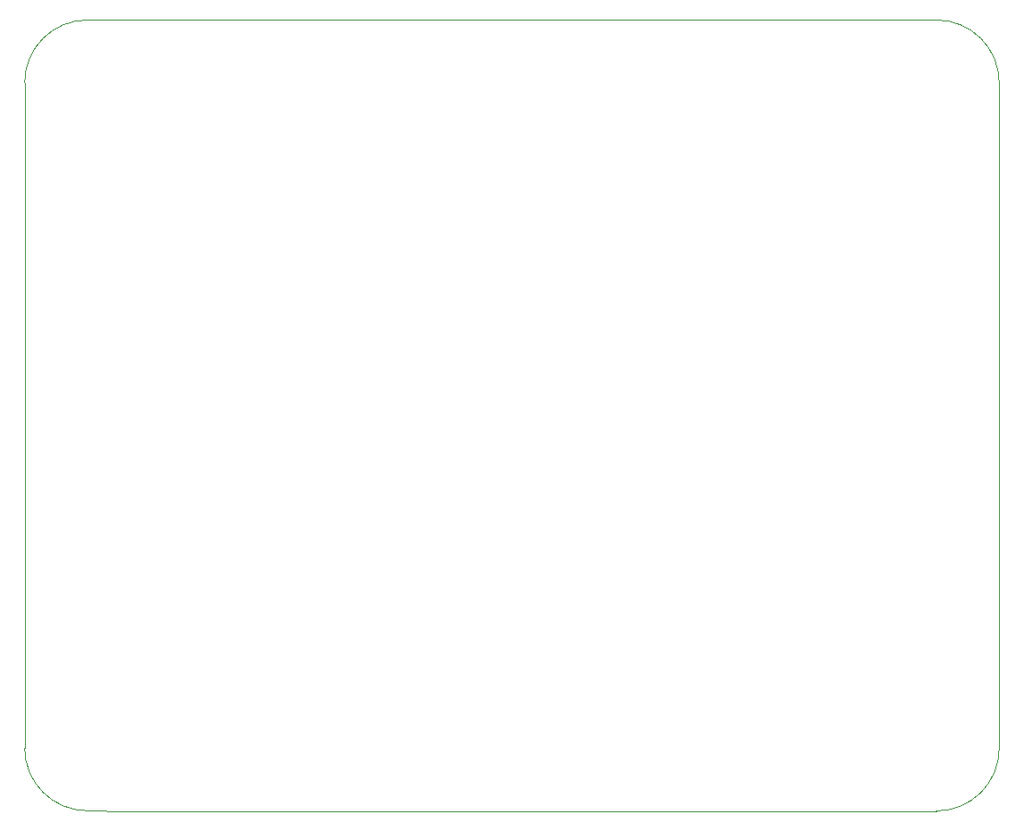
<source format=gm1>
%TF.GenerationSoftware,KiCad,Pcbnew,(5.1.9)-1*%
%TF.CreationDate,2021-02-07T17:12:48-05:00*%
%TF.ProjectId,MacroBoard,4d616372-6f42-46f6-9172-642e6b696361,rev?*%
%TF.SameCoordinates,Original*%
%TF.FileFunction,Profile,NP*%
%FSLAX46Y46*%
G04 Gerber Fmt 4.6, Leading zero omitted, Abs format (unit mm)*
G04 Created by KiCad (PCBNEW (5.1.9)-1) date 2021-02-07 17:12:48*
%MOMM*%
%LPD*%
G01*
G04 APERTURE LIST*
%TA.AperFunction,Profile*%
%ADD10C,0.050000*%
%TD*%
G04 APERTURE END LIST*
D10*
X115636204Y-107176308D02*
X113109470Y-107156340D01*
X198990000Y-101223178D02*
G75*
G02*
X193026894Y-107176308I-5953138J0D01*
G01*
X190500160Y-32146902D02*
X193036870Y-32146894D01*
X190500160Y-32146902D02*
X112514157Y-32146902D01*
X106561027Y-101203210D02*
X106561027Y-100607897D01*
X113109470Y-107156340D02*
X112514157Y-107156340D01*
X112514157Y-107156340D02*
G75*
G02*
X106561027Y-101203210I0J5953130D01*
G01*
X193026894Y-107176308D02*
X115636204Y-107176308D01*
X106561027Y-38100032D02*
X106561027Y-100607897D01*
X106561027Y-38100032D02*
G75*
G02*
X112514157Y-32146902I5953130J0D01*
G01*
X198990000Y-38110000D02*
X198990000Y-101223178D01*
X193036870Y-32146894D02*
G75*
G02*
X198990000Y-38110000I0J-5953138D01*
G01*
M02*

</source>
